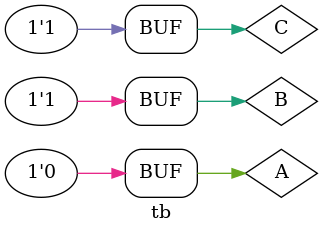
<source format=v>
module sample(A,B,C,D,E);
  input A,B,C;
  output D,E;

  wire w1;
  and g1(w1,A,B);
  not g2(E,C);
  or g3(D,w1,E);

endmodule



module tb;


reg A,B,C;
wire D,E;

sample uut(A,B,C,D,E);

initial begin
    $dumpfile("tb_tb.vcd");
    $dumpvars(0,tb);

    A=0;
    B=0;
    C=0;

    #10;

    A=0;
    B=0;
    C=1;

    #10;

    A=0;
    B=1;
    C=0;

    #10;

    A=0;
    B=1;
    C=1;

    #10;

    $display("Test complete");

end

endmodule


/*adhitya@Adhityas-MacBook-Air ~ % iverilog -o tb.vvp tb.v
adhitya@Adhityas-MacBook-Air ~ % vvp tb.v
tb.v:1: syntax error
adhitya@Adhityas-MacBook-Air ~ % vvp tb.vvp
VCD info: dumpfile tb_tb.vcd opened for output.
Test complete
adhitya@Adhityas-MacBook-Air ~ % */

</source>
